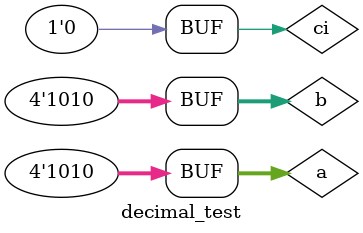
<source format=v>
`timescale 1ns / 1ps

module decimal_test;
    reg [3:0]a, b;
    reg ci;
    wire [3:0] s;
    wire co;
adder U0(.ci(ci), .a(a), .b(b), .s(s), .co(co));

initial
begin
    ci = 0;
    repeat(2)
    begin
        a = 0000;
        repeat(10)
        begin
            b = 0000;
            repeat(10)
            begin
                #5 b = b + 1;
            end
            a = a + 1;
        end
    ci = ci + 1;
    end
end
endmodule
</source>
